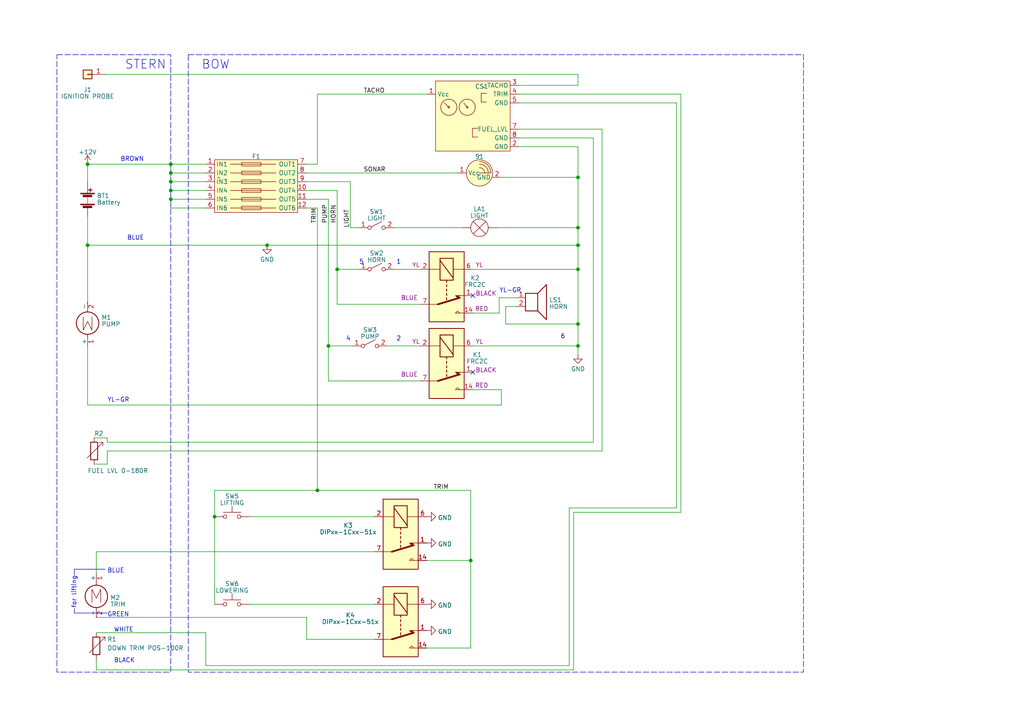
<source format=kicad_sch>
(kicad_sch (version 20231120) (generator "eeschema") (generator_version "8.0")
  (paper "A4")
  (lib_symbols
    (symbol "Connector_Generic:Conn_01x01" (pin_names (offset 1.016) hide)
      (property "Reference" "J" (at 0 2.54 0))
      (property "Value" "Conn_01x01" (at 0 -2.54 0))
      (symbol "Conn_01x01_1_1"
        (rectangle (start -1.27 0.127) (end 0 -0.127) (stroke (width 0.1524)))
        (rectangle (start -1.27 1.27) (end 1.27 -1.27) (stroke (width 0.254)) (fill (type background)))
        (pin passive line (at -5.08 0 0) (length 3.81) (name "Pin_1") (number "1"))
      )
    )
    (symbol "Device:Battery" (pin_numbers hide) (pin_names (offset 0) hide)
      (property "Reference" "BT" (at 2.54 2.54 0))
      (property "Value" "Battery" (at 2.54 0 0))
      (symbol "Battery_0_1"
        (rectangle (start -2.032 -1.397) (end 2.032 -1.651) (fill (type outline)))
        (rectangle (start -2.032 1.778) (end 2.032 1.524) (fill (type outline)))
        (rectangle (start -1.3208 -1.9812) (end 1.27 -2.4892) (fill (type outline)))
        (rectangle (start -1.3208 1.1938) (end 1.27 0.6858) (fill (type outline)))
        (polyline (pts (xy 0 -1.524) (xy 0 -1.27)))
        (polyline (pts (xy 0 -1.016) (xy 0 -0.762)))
        (polyline (pts (xy 0 -0.508) (xy 0 -0.254)))
        (polyline (pts (xy 0 0) (xy 0 0.254)))
        (polyline (pts (xy 0 0.508) (xy 0 0.762)))
        (polyline (pts (xy 0 1.778) (xy 0 2.54)))
        (polyline (pts (xy 0.254 2.667) (xy 1.27 2.667)) (stroke (width 0.254)))
        (polyline (pts (xy 0.762 3.175) (xy 0.762 2.159)) (stroke (width 0.254)))
      )
      (symbol "Battery_1_1"
        (pin passive line (at 0 5.08 270) (length 2.54) (name "+") (number "1"))
        (pin passive line (at 0 -5.08 90) (length 2.54) (name "-") (number "2"))
      )
    )
    (symbol "Device:Lamp" (pin_numbers hide) (pin_names (offset 0.0254) hide)
      (property "Reference" "LA" (at 0.635 3.81 0))
      (property "Value" "Lamp" (at 0.635 -3.81 0))
      (symbol "Lamp_0_1"
        (polyline (pts (xy -1.778 1.778) (xy 1.778 -1.778)))
        (polyline (pts (xy 1.778 1.778) (xy -1.778 -1.778)))
        (circle (center 0 0) (radius 2.54))
      )
      (symbol "Lamp_1_1"
        (pin passive line (at 0 -5.08 90) (length 2.54) (name "-") (number "1"))
        (pin passive line (at 0 5.08 270) (length 2.54) (name "+") (number "2"))
      )
    )
    (symbol "Device:R_Variable" (pin_numbers hide) (pin_names (offset 0))
      (property "Reference" "R" (at 2.54 -2.54 90))
      (property "Value" "R_Variable" (at -2.54 -1.27 90))
      (symbol "R_Variable_0_1"
        (rectangle (start -1.016 -2.54) (end 1.016 2.54) (stroke (width 0.254)))
        (polyline (pts (xy 2.54 1.524) (xy 2.54 2.54) (xy 1.524 2.54) (xy 2.54 2.54) (xy -2.032 -2.032)))
      )
      (symbol "R_Variable_1_1"
        (pin passive line (at 0 3.81 270) (length 1.27) (name "~") (number "1"))
        (pin passive line (at 0 -3.81 90) (length 1.27) (name "~") (number "2"))
      )
    )
    (symbol "Device:Speaker" (pin_names (offset 0) hide)
      (property "Reference" "LS" (at 1.27 5.715 0))
      (property "Value" "Speaker" (at 1.27 3.81 0))
      (symbol "Speaker_0_0"
        (rectangle (start -2.54 1.27) (end 1.016 -3.81) (stroke (width 0.254)))
        (polyline (pts (xy 1.016 1.27) (xy 3.556 3.81) (xy 3.556 -6.35) (xy 1.016 -3.81)) (stroke (width 0.254)))
      )
      (symbol "Speaker_1_1"
        (pin input line (at -5.08 0 0) (length 2.54) (name "1") (number "1"))
        (pin input line (at -5.08 -2.54 0) (length 2.54) (name "2") (number "2"))
      )
    )
    (symbol "Motor:Motor_DC" (pin_names (offset 0))
      (property "Reference" "M" (at 2.54 2.54 0))
      (property "Value" "Motor_DC" (at 2.54 -5.08 0))
      (symbol "Motor_DC_0_0"
        (polyline (pts (xy -1.27 -3.302) (xy -1.27 0.508) (xy 0 -2.032) (xy 1.27 0.508) (xy 1.27 -3.302)))
      )
      (symbol "Motor_DC_0_1"
        (circle (center 0 -1.524) (radius 3.2512) (stroke (width 0.254)))
        (polyline (pts (xy 0 -7.62) (xy 0 -7.112)))
        (polyline (pts (xy 0 -4.7752) (xy 0 -5.1816)))
        (polyline (pts (xy 0 1.7272) (xy 0 2.0828)))
        (polyline (pts (xy 0 2.032) (xy 0 2.54)))
      )
      (symbol "Motor_DC_1_1"
        (pin passive line (at 0 5.08 270) (length 2.54) (name "+") (number "1"))
        (pin passive line (at 0 -7.62 90) (length 2.54) (name "-") (number "2"))
      )
    )
    (symbol "Relay:DIPxx-1Cxx-51x"
      (property "Reference" "K" (at 11.43 3.81 0))
      (property "Value" "DIPxx-1Cxx-51x" (at 11.43 1.27 0))
      (symbol "DIPxx-1Cxx-51x_0_0"
        (polyline (pts (xy 2.54 5.08) (xy 2.54 2.54) (xy 3.175 3.175) (xy 2.54 3.81)) (fill (type outline)))
        (polyline (pts (xy 7.62 5.08) (xy 7.62 2.54) (xy 6.985 3.175) (xy 7.62 3.81)))
      )
      (symbol "DIPxx-1Cxx-51x_0_1"
        (rectangle (start -10.16 5.08) (end 10.16 -5.08) (stroke (width 0.254)) (fill (type background)))
        (rectangle (start -8.255 1.905) (end -1.905 -1.905) (stroke (width 0.254)))
        (polyline (pts (xy -7.62 -1.905) (xy -2.54 1.905)) (stroke (width 0.254)))
        (polyline (pts (xy -5.08 -5.08) (xy -5.08 -1.905)))
        (polyline (pts (xy -5.08 5.08) (xy -5.08 1.905)))
        (polyline (pts (xy -1.905 0) (xy -1.27 0)) (stroke (width 0.254)))
        (polyline (pts (xy -0.635 0) (xy 0 0)) (stroke (width 0.254)))
        (polyline (pts (xy 0.635 0) (xy 1.27 0)) (stroke (width 0.254)))
        (polyline (pts (xy 1.905 0) (xy 2.54 0)) (stroke (width 0.254)))
        (polyline (pts (xy 3.175 0) (xy 3.81 0)) (stroke (width 0.254)))
        (polyline (pts (xy 5.08 -2.54) (xy 3.175 3.81)) (stroke (width 0.508)))
        (polyline (pts (xy 5.08 -2.54) (xy 5.08 -5.08)))
      )
      (symbol "DIPxx-1Cxx-51x_1_1"
        (pin passive line (at 2.54 7.62 270) (length 2.54) (name "~") (number "1"))
        (pin passive line (at 7.62 7.62 270) (length 2.54) (name "~") (number "14"))
        (pin passive line (at -5.08 -7.62 90) (length 2.54) (name "~") (number "2"))
        (pin passive line (at -5.08 7.62 270) (length 2.54) (name "~") (number "6"))
        (pin passive line (at 5.08 -7.62 90) (length 2.54) (name "~") (number "7"))
        (pin passive line (at 5.08 -7.62 90) (length 2.54) hide (name "~") (number "8"))
      )
    )
    (symbol "Switch:SW_Push" (pin_numbers hide) (pin_names (offset 1.016) hide)
      (property "Reference" "SW" (at 1.27 2.54 0))
      (property "Value" "SW_Push" (at 0 -1.524 0))
      (symbol "SW_Push_0_1"
        (circle (center -2.032 0) (radius 0.508))
        (polyline (pts (xy 0 1.27) (xy 0 3.048)))
        (polyline (pts (xy 2.54 1.27) (xy -2.54 1.27)))
        (circle (center 2.032 0) (radius 0.508))
        (pin passive line (at -5.08 0 0) (length 2.54) (name "1") (number "1"))
        (pin passive line (at 5.08 0 180) (length 2.54) (name "2") (number "2"))
      )
    )
    (symbol "Switch:SW_SPST" (pin_names (offset 0) hide)
      (property "Reference" "SW" (at 0 3.175 0))
      (property "Value" "SW_SPST" (at 0 -2.54 0))
      (symbol "SW_SPST_0_0"
        (circle (center -2.032 0) (radius 0.508))
        (polyline (pts (xy -1.524 0.254) (xy 1.524 1.778)))
        (circle (center 2.032 0) (radius 0.508))
      )
      (symbol "SW_SPST_1_1"
        (pin passive line (at -5.08 0 0) (length 2.54) (name "A") (number "1"))
        (pin passive line (at 5.08 0 180) (length 2.54) (name "B") (number "2"))
      )
    )
    (symbol "fletcherLib:console"
      (property "Reference" "CS" (at 0 7.62 0))
      (symbol "console_0_1"
        (rectangle (start -13.97 6.35) (end 7.62 -13.97) (fill (type background)))
        (circle (center -10.16 -1.27) (radius 0.254))
        (circle (center -10.16 -1.27) (radius 2.3418))
        (circle (center -4.826 -1.27) (radius 0.254))
        (circle (center -4.826 -1.27) (radius 2.3418))
        (polyline (pts (xy -10.16 -1.27) (xy -11.43 0)))
        (polyline (pts (xy -4.826 -1.27) (xy -5.842 0)))
        (polyline (pts (xy -3.302 -9.906) (xy -1.778 -9.906)))
        (polyline (pts (xy -0.762 0.254) (xy 0.762 0.254)))
        (polyline (pts (xy -3.302 -9.906) (xy -3.302 -7.366) (xy -1.778 -7.366)))
        (polyline (pts (xy -0.762 0.254) (xy -0.762 2.794) (xy 0.762 2.794)))
      )
      (symbol "console_1_1"
        (pin input line (at -16.51 2.54 0) (length 2.54) (name "Vcc") (number "1"))
        (pin input line (at 10.16 -12.7 180) (length 2.54) (name "GND") (number "2"))
        (pin input line (at 10.16 5.08 180) (length 2.54) (name "TACHO") (number "3"))
        (pin input line (at 10.16 2.54 180) (length 2.54) (name "TRIM") (number "4"))
        (pin input line (at 10.16 0 180) (length 2.54) (name "GND") (number "5"))
        (pin input line (at 10.16 -7.62 180) (length 2.54) (name "FUEL_LVL") (number "7"))
        (pin input line (at 10.16 -10.16 180) (length 2.54) (name "GND") (number "8"))
      )
    )
    (symbol "fletcherLib:fuseBOX"
      (property "Reference" "F" (at -1.27 10.16 0))
      (symbol "fuseBOX_0_1"
        (rectangle (start -11.43 7.62) (end 12.7 -7.62) (fill (type background)))
        (rectangle (start -3.556 -5.842) (end 2.032 -6.858))
        (rectangle (start -3.556 -3.302) (end 2.032 -4.318))
        (rectangle (start -3.556 -0.762) (end 2.032 -1.778))
        (rectangle (start -3.556 1.778) (end 2.032 0.762))
        (rectangle (start -3.556 4.318) (end 2.032 3.302))
        (rectangle (start -3.556 6.858) (end 2.032 5.842))
        (polyline (pts (xy -6.858 -6.35) (xy 6.35 -6.35)))
        (polyline (pts (xy -6.858 -3.81) (xy 6.35 -3.81)))
        (polyline (pts (xy -6.858 -1.27) (xy 6.35 -1.27)))
        (polyline (pts (xy -6.858 1.27) (xy 6.35 1.27)))
        (polyline (pts (xy -6.858 3.81) (xy 6.35 3.81)))
        (polyline (pts (xy -6.858 6.35) (xy 6.35 6.35)))
      )
      (symbol "fuseBOX_1_1"
        (pin input line (at -13.97 6.35 0) (length 2.54) (name "IN1") (number "1"))
        (pin input line (at 15.24 -1.27 180) (length 2.54) (name "OUT4") (number "10"))
        (pin input line (at 15.24 -3.81 180) (length 2.54) (name "OUT5") (number "11"))
        (pin input line (at 15.24 -6.35 180) (length 2.54) (name "OUT6") (number "12"))
        (pin input line (at -13.97 3.81 0) (length 2.54) (name "IN2") (number "2"))
        (pin input line (at -13.97 1.27 0) (length 2.54) (name "IN3") (number "3"))
        (pin input line (at -13.97 -1.27 0) (length 2.54) (name "IN4") (number "4"))
        (pin input line (at -13.97 -3.81 0) (length 2.54) (name "IN5") (number "5"))
        (pin input line (at -13.97 -6.35 0) (length 2.54) (name "IN6") (number "6"))
        (pin input line (at 15.24 6.35 180) (length 2.54) (name "OUT1") (number "7"))
        (pin input line (at 15.24 3.81 180) (length 2.54) (name "OUT2") (number "8"))
        (pin input line (at 15.24 1.27 180) (length 2.54) (name "OUT3") (number "9"))
      )
    )
    (symbol "fletcherLib:sonar"
      (property "Reference" "S" (at 0 5.08 0))
      (symbol "sonar_0_1"
        (polyline (pts (xy 0 0) (xy 3.302 0)))
        (circle (center 0 0) (radius 3.81) (fill (type background)))
        (arc (start 1.524 0) (mid 1.0776 1.0776) (end 0 1.524))
        (arc (start 2.54 0) (mid 1.7961 1.7961) (end 0 2.54))
        (arc (start 3.302 0) (mid 2.3349 2.3349) (end 0 3.302))
      )
      (symbol "sonar_1_1"
        (pin input line (at -6.35 0 0) (length 2.54) (name "Vcc") (number "1"))
        (pin input line (at 6.35 -1.27 180) (length 2.54) (name "GND") (number "2"))
      )
    )
    (symbol "power:+12V" (power) (pin_names (offset 0))
      (property "Value" "+12V" (at 0 3.556 0))
      (symbol "+12V_0_1"
        (polyline (pts (xy -0.762 1.27) (xy 0 2.54)))
        (polyline (pts (xy 0 0) (xy 0 2.54)))
        (polyline (pts (xy 0 2.54) (xy 0.762 1.27)))
      )
      (symbol "+12V_1_1"
        (pin power_in line (at 0 0 90) (length 0) hide (name "+12V") (number "1"))
      )
    )
    (symbol "power:GND" (power) (pin_names (offset 0))
      (property "Value" "GND" (at 0 -3.81 0))
      (symbol "GND_0_1"
        (polyline (pts (xy 0 0) (xy 0 -1.27) (xy 1.27 -1.27) (xy 0 -2.54) (xy -1.27 -1.27) (xy 0 -1.27)))
      )
      (symbol "GND_1_1"
        (pin power_in line (at 0 0 270) (length 0) hide (name "GND") (number "1"))
      )
    )
  )
  (junction (at 167.64 51.435))
  (junction (at 49.53 55.245))
  (junction (at 77.47 71.12))
  (junction (at 136.525 162.56))
  (junction (at 167.64 78.105))
  (junction (at 167.64 93.98))
  (junction (at 49.53 52.705))
  (junction (at 167.64 71.12))
  (junction (at 97.79 78.105))
  (junction (at 49.53 47.625))
  (junction (at 92.075 142.24))
  (junction (at 62.23 149.86))
  (junction (at 25.4 47.625))
  (junction (at 49.53 50.165))
  (junction (at 167.64 100.33))
  (junction (at 25.4 71.12))
  (junction (at 167.64 66.04))
  (junction (at 95.25 100.33))
  (junction (at 49.53 57.785))
  (no_connect (at 137.16 107.95))
  (no_connect (at 137.16 85.725))
  (wire (pts (xy 114.3 78.105) (xy 121.92 78.105)))
  (wire (pts (xy 166.37 148.59) (xy 166.37 194.31)))
  (wire (pts (xy 88.9 52.705) (xy 101.6 52.705)))
  (wire (pts (xy 144.145 66.04) (xy 167.64 66.04)))
  (polyline (pts (xy 21.59 176.53) (xy 21.59 177.8)))
  (wire (pts (xy 101.6 66.04) (xy 104.14 66.04)))
  (wire (pts (xy 27.94 194.31) (xy 166.37 194.31)))
  (wire (pts (xy 49.53 52.705) (xy 49.53 55.245)))
  (wire (pts (xy 95.25 57.785) (xy 88.9 57.785)))
  (wire (pts (xy 92.075 60.325) (xy 92.075 142.24)))
  (wire (pts (xy 25.4 117.475) (xy 145.415 117.475)))
  (wire (pts (xy 59.69 47.625) (xy 49.53 47.625)))
  (wire (pts (xy 88.9 55.245) (xy 97.79 55.245)))
  (wire (pts (xy 145.415 117.475) (xy 145.415 113.03)))
  (wire (pts (xy 49.53 57.785) (xy 49.53 60.325)))
  (wire (pts (xy 88.9 60.325) (xy 92.075 60.325)))
  (wire (pts (xy 49.53 47.625) (xy 49.53 50.165)))
  (wire (pts (xy 137.16 78.105) (xy 167.64 78.105)))
  (wire (pts (xy 146.685 93.98) (xy 167.64 93.98)))
  (wire (pts (xy 150.495 42.545) (xy 167.64 42.545)))
  (wire (pts (xy 150.495 29.845) (xy 196.215 29.845)))
  (wire (pts (xy 167.64 51.435) (xy 167.64 66.04)))
  (wire (pts (xy 95.25 100.33) (xy 95.25 110.49)))
  (wire (pts (xy 25.4 52.705) (xy 25.4 47.625)))
  (wire (pts (xy 101.6 52.705) (xy 101.6 66.04)))
  (wire (pts (xy 62.23 142.24) (xy 92.075 142.24)))
  (wire (pts (xy 167.64 42.545) (xy 167.64 51.435)))
  (wire (pts (xy 168.275 71.12) (xy 167.64 71.12)))
  (wire (pts (xy 150.495 27.305) (xy 197.485 27.305)))
  (wire (pts (xy 95.25 110.49) (xy 121.92 110.49)))
  (wire (pts (xy 97.79 55.245) (xy 97.79 78.105)))
  (wire (pts (xy 112.395 100.33) (xy 121.92 100.33)))
  (wire (pts (xy 137.16 90.805) (xy 144.78 90.805)))
  (wire (pts (xy 25.4 47.625) (xy 49.53 47.625)))
  (wire (pts (xy 31.115 128.27) (xy 172.085 128.27)))
  (wire (pts (xy 92.075 27.305) (xy 92.075 47.625)))
  (wire (pts (xy 97.79 78.105) (xy 104.14 78.105)))
  (wire (pts (xy 172.085 40.005) (xy 150.495 40.005)))
  (wire (pts (xy 62.23 149.86) (xy 62.23 175.26)))
  (wire (pts (xy 167.64 66.04) (xy 167.64 71.12)))
  (wire (pts (xy 136.525 187.96) (xy 123.825 187.96)))
  (wire (pts (xy 88.9 185.42) (xy 108.585 185.42)))
  (wire (pts (xy 146.685 88.9) (xy 146.685 93.98)))
  (wire (pts (xy 27.94 183.515) (xy 59.69 183.515)))
  (wire (pts (xy 92.075 27.305) (xy 123.825 27.305)))
  (wire (pts (xy 197.485 148.59) (xy 166.37 148.59)))
  (polyline (pts (xy 21.59 165.1) (xy 21.59 167.005)))
  (wire (pts (xy 167.64 100.33) (xy 167.64 102.87)))
  (wire (pts (xy 59.69 183.515) (xy 59.69 193.04)))
  (wire (pts (xy 137.16 113.03) (xy 145.415 113.03)))
  (wire (pts (xy 88.9 50.165) (xy 132.715 50.165)))
  (wire (pts (xy 114.3 66.04) (xy 133.985 66.04)))
  (wire (pts (xy 136.525 142.24) (xy 136.525 162.56)))
  (wire (pts (xy 27.94 194.31) (xy 27.94 191.135)))
  (wire (pts (xy 27.94 160.02) (xy 108.585 160.02)))
  (wire (pts (xy 27.94 179.07) (xy 88.9 179.07)))
  (wire (pts (xy 165.1 193.04) (xy 165.1 147.32)))
  (wire (pts (xy 197.485 27.305) (xy 197.485 148.59)))
  (polyline (pts (xy 21.59 165.1) (xy 30.48 165.1)))
  (wire (pts (xy 59.69 55.245) (xy 49.53 55.245)))
  (wire (pts (xy 172.085 128.27) (xy 172.085 40.005)))
  (wire (pts (xy 59.69 60.325) (xy 49.53 60.325)))
  (wire (pts (xy 136.525 162.56) (xy 123.825 162.56)))
  (wire (pts (xy 59.69 50.165) (xy 49.53 50.165)))
  (wire (pts (xy 95.25 100.33) (xy 102.235 100.33)))
  (wire (pts (xy 150.495 24.765) (xy 167.64 24.765)))
  (wire (pts (xy 167.64 93.98) (xy 167.64 100.33)))
  (wire (pts (xy 31.115 134.62) (xy 31.115 130.81)))
  (wire (pts (xy 31.115 130.81) (xy 174.625 130.81)))
  (polyline (pts (xy 21.59 177.8) (xy 31.115 177.8)))
  (wire (pts (xy 59.69 57.785) (xy 49.53 57.785)))
  (wire (pts (xy 97.79 88.265) (xy 121.92 88.265)))
  (wire (pts (xy 174.625 130.81) (xy 174.625 37.465)))
  (wire (pts (xy 88.9 179.07) (xy 88.9 185.42)))
  (wire (pts (xy 59.69 193.04) (xy 165.1 193.04)))
  (wire (pts (xy 95.25 57.785) (xy 95.25 100.33)))
  (wire (pts (xy 144.78 86.36) (xy 149.86 86.36)))
  (wire (pts (xy 62.23 142.24) (xy 62.23 149.86)))
  (wire (pts (xy 144.78 90.805) (xy 144.78 86.36)))
  (wire (pts (xy 49.53 55.245) (xy 49.53 57.785)))
  (wire (pts (xy 137.16 100.33) (xy 167.64 100.33)))
  (wire (pts (xy 25.4 100.33) (xy 25.4 117.475)))
  (wire (pts (xy 25.4 71.12) (xy 25.4 87.63)))
  (wire (pts (xy 97.79 78.105) (xy 97.79 88.265)))
  (wire (pts (xy 27.305 134.62) (xy 31.115 134.62)))
  (wire (pts (xy 25.4 71.12) (xy 77.47 71.12)))
  (wire (pts (xy 31.115 127) (xy 31.115 128.27)))
  (wire (pts (xy 167.64 21.59) (xy 30.48 21.59)))
  (wire (pts (xy 27.305 127) (xy 31.115 127)))
  (wire (pts (xy 92.075 142.24) (xy 136.525 142.24)))
  (wire (pts (xy 167.64 24.765) (xy 167.64 21.59)))
  (wire (pts (xy 174.625 37.465) (xy 150.495 37.465)))
  (wire (pts (xy 72.39 175.26) (xy 108.585 175.26)))
  (wire (pts (xy 59.69 52.705) (xy 49.53 52.705)))
  (wire (pts (xy 196.215 29.845) (xy 196.215 147.32)))
  (wire (pts (xy 167.64 71.12) (xy 167.64 78.105)))
  (wire (pts (xy 25.4 62.865) (xy 25.4 71.12)))
  (wire (pts (xy 145.415 51.435) (xy 167.64 51.435)))
  (wire (pts (xy 165.1 147.32) (xy 196.215 147.32)))
  (wire (pts (xy 167.64 78.105) (xy 167.64 93.98)))
  (wire (pts (xy 136.525 162.56) (xy 136.525 187.96)))
  (wire (pts (xy 27.94 160.02) (xy 27.94 166.37)))
  (wire (pts (xy 92.075 47.625) (xy 88.9 47.625)))
  (wire (pts (xy 146.685 88.9) (xy 149.86 88.9)))
  (wire (pts (xy 77.47 71.12) (xy 167.64 71.12)))
  (wire (pts (xy 72.39 149.86) (xy 108.585 149.86)))
  (wire (pts (xy 49.53 50.165) (xy 49.53 52.705)))
  (rectangle (start 54.61 15.875) (end 233.045 194.945) (stroke (width 0) (type dash)))
  (rectangle (start 16.51 15.875) (end 49.53 194.945) (stroke (width 0) (type dash)))
  (text "1" (at 114.935 76.835 0) (effects (font (size 1.27 1.27)) (justify left bottom)))
  (text "BROWN" (at 34.925 46.99 0) (effects (font (size 1.27 1.27)) (justify left bottom)))
  (text "BOW" (at 58.42 20.32 0) (effects (font (size 2.54 2.54)) (justify left bottom)))
  (text "4" (at 100.33 99.06 0) (effects (font (size 1.27 1.27)) (justify left bottom)))
  (text "YL-GR" (at 144.78 85.09 0) (effects (font (size 1.27 1.27)) (justify left bottom)))
  (text "6" (at 162.56 98.425 0) (effects (font (size 1.27 1.27)) (justify left bottom)))
  (text "STERN" (at 36.195 20.32 0) (effects (font (size 2.54 2.54)) (justify left bottom)))
  (text "WHITE" (at 33.02 183.515 0) (effects (font (size 1.27 1.27)) (justify left bottom)))
  (text "for lifting" (at 22.225 176.53 90) (effects (font (size 1.27 1.27)) (justify left bottom)))
  (text "BLUE" (at 31.115 166.37 0) (effects (font (size 1.27 1.27)) (justify left bottom)))
  (text "BLUE" (at 36.83 69.85 0) (effects (font (size 1.27 1.27)) (justify left bottom)))
  (text "5" (at 104.14 76.835 0) (effects (font (size 1.27 1.27)) (justify left bottom)))
  (text "YL-GR" (at 31.115 116.84 0) (effects (font (size 1.27 1.27)) (justify left bottom)))
  (text "BLACK" (at 33.02 192.405 0) (effects (font (size 1.27 1.27)) (justify left bottom)))
  (text "GREEN" (at 31.115 179.07 0) (effects (font (size 1.27 1.27)) (justify left bottom)))
  (text "2" (at 114.935 99.06 0) (effects (font (size 1.27 1.27)) (justify left bottom)))
  (label "TACHO" (at 105.41 27.305 0))
  (label "TRIM" (at 130.175 142.24 180))
  (label "HORN" (at 97.79 64.77 90))
  (label "SONAR" (at 105.41 50.165 0))
  (label "PUMP" (at 95.25 64.77 90))
  (label "LIGHT" (at 101.6 66.04 90))
  (label "TRIM" (at 92.075 64.77 90))
  (symbol (lib_id "fletcherLib:console") (at 140.335 29.845 0) (unit 1)
    (property "Reference" "CS1" (at 139.7 25.0731 0))
    (property "Value" "~" (at 140.335 25.273 0))
  )
  (symbol (lib_id "Switch:SW_Push") (at 67.31 149.86 0) (unit 1)
    (property "Reference" "SW5" (at 67.31 143.9291 0))
    (property "Value" "LIFTING" (at 67.31 145.8501 0))
  )
  (symbol (lib_id "Switch:SW_SPST") (at 107.315 100.33 0) (unit 1)
    (property "Reference" "SW3" (at 107.315 95.6691 0))
    (property "Value" "PUMP" (at 107.315 97.5901 0))
  )
  (symbol (lib_id "Device:R_Variable") (at 27.305 130.81 0) (unit 1)
    (property "Reference" "R2" (at 27.305 125.73 0) (effects (justify left)))
    (property "Value" "FUEL LVL 0-180R" (at 25.4 136.525 0) (effects (justify left)))
  )
  (symbol (lib_id "Motor:Motor_DC") (at 27.94 171.45 0) (unit 1)
    (property "Reference" "M2" (at 31.9532 173.3463 0) (effects (justify left)))
    (property "Value" "TRIM" (at 31.9532 175.2673 0) (effects (justify left)))
  )
  (symbol (lib_id "power:GND") (at 123.825 175.26 90) (unit 1)
    (property "Reference" "#PWR07" (effects (hide yes)))
    (property "Value" "GND" (at 127 175.5768 90) (effects (justify right)))
  )
  (symbol (lib_id "power:GND") (at 123.825 149.86 90) (unit 1)
    (property "Reference" "#PWR06" (effects (hide yes)))
    (property "Value" "GND" (at 127 150.1768 90) (effects (justify right)))
  )
  (symbol (lib_id "Connector_Generic:Conn_01x01") (at 25.4 21.59 180) (unit 1)
    (property "Reference" "J1" (at 25.4 26.019 0))
    (property "Value" "IGNITION PROBE" (at 25.4 27.94 0))
  )
  (symbol (lib_id "Switch:SW_SPST") (at 109.22 66.04 0) (unit 1)
    (property "Reference" "SW1" (at 109.22 61.3791 0))
    (property "Value" "LIGHT" (at 109.22 63.3001 0))
  )
  (symbol (lib_id "fletcherLib:sonar") (at 139.065 50.165 0) (unit 1)
    (property "Reference" "S1" (at 139.065 45.3931 0))
    (property "Value" "~" (at 139.065 45.085 0))
  )
  (symbol (lib_id "Relay:DIPxx-1Cxx-51x") (at 129.54 105.41 270) (unit 1)
    (property "Reference" "K1" (at 138.43 102.87 90))
    (property "Value" "FRC2C" (at 138.43 104.791 90))
    (property "Footprint" "Relay_THT:Relay_StandexMeder_DIP_LowProfile" (effects (hide yes)))
    (property "Datasheet" "https://standexelectronics.com/wp-content/uploads/datasheet_reed_relay_DIP.pdf" (effects (hide yes)))
    (property "Field4" "YL" (at 120.65 99.06 90))
    (property "Field5" "YL" (at 139.065 99.06 90))
    (property "Field6" "BLUE" (at 118.745 108.585 90))
    (property "Field7" "BLACK" (at 140.97 107.315 90))
    (property "Field8" "RED" (at 139.7 111.76 90))
  )
  (symbol (lib_id "power:GND") (at 167.64 102.87 0) (unit 1)
    (property "Reference" "#PWR01" (effects (hide yes)))
    (property "Value" "GND" (at 167.64 107.0055 0))
  )
  (symbol (lib_id "Device:Battery") (at 25.4 57.785 0) (unit 1)
    (property "Reference" "BT1" (at 28.067 56.7603 0) (effects (justify left)))
    (property "Value" "Battery" (at 28.067 58.6813 0) (effects (justify left)))
  )
  (symbol (lib_id "Switch:SW_SPST") (at 109.22 78.105 0) (unit 1)
    (property "Reference" "SW2" (at 109.22 73.4441 0))
    (property "Value" "HORN" (at 109.22 75.3651 0))
  )
  (symbol (lib_id "power:GND") (at 123.825 182.88 90) (unit 1)
    (property "Reference" "#PWR03" (effects (hide yes)))
    (property "Value" "GND" (at 127 183.1968 90) (effects (justify right)))
  )
  (symbol (lib_id "Device:Speaker") (at 154.94 86.36 0) (unit 1)
    (property "Reference" "LS1" (at 159.258 86.9863 0) (effects (justify left)))
    (property "Value" "HORN" (at 159.258 88.9073 0) (effects (justify left)))
  )
  (symbol (lib_id "Relay:DIPxx-1Cxx-51x") (at 116.205 154.94 270) (unit 1)
    (property "Reference" "K3" (at 100.965 152.384 90))
    (property "Value" "DIPxx-1Cxx-51x" (at 100.965 154.305 90))
    (property "Footprint" "Relay_THT:Relay_StandexMeder_DIP_LowProfile" (effects (hide yes)))
    (property "Datasheet" "https://standexelectronics.com/wp-content/uploads/datasheet_reed_relay_DIP.pdf" (effects (hide yes)))
  )
  (symbol (lib_id "Switch:SW_Push") (at 67.31 175.26 0) (unit 1)
    (property "Reference" "SW6" (at 67.31 169.3291 0))
    (property "Value" "LOWERING" (at 67.31 171.2501 0))
  )
  (symbol (lib_id "Device:R_Variable") (at 27.94 187.325 0) (unit 1)
    (property "Reference" "R1" (at 31.115 185.42 0) (effects (justify left)))
    (property "Value" "DOWN TRIM POS-100R" (at 31.115 187.96 0) (effects (justify left)))
  )
  (symbol (lib_id "power:GND") (at 77.47 71.12 0) (unit 1)
    (property "Reference" "#PWR04" (effects (hide yes)))
    (property "Value" "GND" (at 77.47 75.2555 0))
  )
  (symbol (lib_id "Relay:DIPxx-1Cxx-51x") (at 116.205 180.34 270) (unit 1)
    (property "Reference" "K4" (at 101.6 178.419 90))
    (property "Value" "DIPxx-1Cxx-51x" (at 101.6 180.34 90))
    (property "Footprint" "Relay_THT:Relay_StandexMeder_DIP_LowProfile" (effects (hide yes)))
    (property "Datasheet" "https://standexelectronics.com/wp-content/uploads/datasheet_reed_relay_DIP.pdf" (effects (hide yes)))
  )
  (symbol (lib_id "fletcherLib:fuseBOX") (at 73.66 53.975 0) (unit 1)
    (property "Reference" "F1" (at 74.295 45.3931 0))
    (property "Value" "~" (at 63.5 51.435 0))
  )
  (symbol (lib_id "power:GND") (at 123.825 157.48 90) (unit 1)
    (property "Reference" "#PWR02" (effects (hide yes)))
    (property "Value" "GND" (at 127 157.7968 90) (effects (justify right)))
  )
  (symbol (lib_id "Relay:DIPxx-1Cxx-51x") (at 129.54 83.185 270) (unit 1)
    (property "Reference" "K2" (at 137.795 80.645 90))
    (property "Value" "FRC2C" (at 137.795 82.566 90))
    (property "Footprint" "Relay_THT:Relay_StandexMeder_DIP_LowProfile" (effects (hide yes)))
    (property "Datasheet" "https://standexelectronics.com/wp-content/uploads/datasheet_reed_relay_DIP.pdf" (effects (hide yes)))
    (property "Field4" "YL" (at 120.65 76.835 90))
    (property "Field5" "YL" (at 139.065 76.835 90))
    (property "Field6" "BLUE" (at 118.745 86.36 90))
    (property "Field7" "BLACK" (at 140.97 85.09 90))
    (property "Field8" "RED" (at 139.7 89.535 90))
  )
  (symbol (lib_id "power:+12V") (at 25.4 47.625 0) (unit 1)
    (property "Reference" "#PWR05" (effects (hide yes)))
    (property "Value" "+12V" (at 25.4 44.1231 0))
  )
  (symbol (lib_id "Device:Lamp") (at 139.065 66.04 90) (unit 1)
    (property "Reference" "LA1" (at 139.065 60.6171 90))
    (property "Value" "LIGHT" (at 139.065 62.5381 90))
  )
  (symbol (lib_id "Motor:Motor_DC") (at 25.4 95.25 180) (unit 1)
    (property "Reference" "M1" (at 29.4132 92.0663 0) (effects (justify right)))
    (property "Value" "PUMP" (at 29.4132 93.9873 0) (effects (justify right)))
  )
)
</source>
